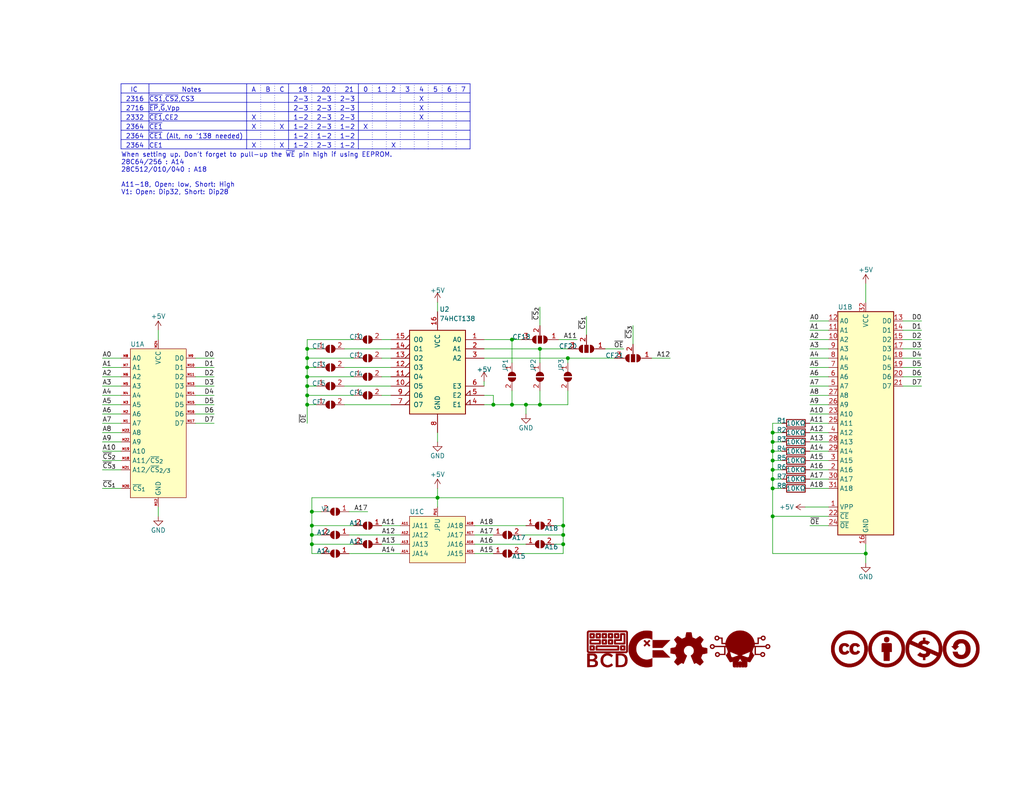
<source format=kicad_sch>
(kicad_sch (version 20211123) (generator eeschema)
  (paper "USLetter")
  (title_block (title "23XX Adapter") (date "2022-03-14") (rev "2") (company "Beaupré Circuit Design"))
  (lib_symbols
    (symbol "74xx:74LS138" (pin_names (offset 1.016))
      (property "Reference" "U" (at -7.62 11.43 0))
      (property "Value" "74LS138" (at -7.62 -13.97 0))
      (symbol "74LS138_1_0"
        (pin input line (at -12.7 7.62 0) (length 5.08) (name "A0") (number "1"))
        (pin output output_low (at 12.7 -5.08 180) (length 5.08) (name "O5") (number "10"))
        (pin output output_low (at 12.7 -2.54 180) (length 5.08) (name "O4") (number "11"))
        (pin output output_low (at 12.7 0 180) (length 5.08) (name "O3") (number "12"))
        (pin output output_low (at 12.7 2.54 180) (length 5.08) (name "O2") (number "13"))
        (pin output output_low (at 12.7 5.08 180) (length 5.08) (name "O1") (number "14"))
        (pin output output_low (at 12.7 7.62 180) (length 5.08) (name "O0") (number "15"))
        (pin power_in line (at 0 15.24 270) (length 5.08) (name "VCC") (number "16"))
        (pin input line (at -12.7 5.08 0) (length 5.08) (name "A1") (number "2"))
        (pin input line (at -12.7 2.54 0) (length 5.08) (name "A2") (number "3"))
        (pin input input_low (at -12.7 -10.16 0) (length 5.08) (name "E1") (number "4"))
        (pin input input_low (at -12.7 -7.62 0) (length 5.08) (name "E2") (number "5"))
        (pin input line (at -12.7 -5.08 0) (length 5.08) (name "E3") (number "6"))
        (pin output output_low (at 12.7 -10.16 180) (length 5.08) (name "O7") (number "7"))
        (pin power_in line (at 0 -17.78 90) (length 5.08) (name "GND") (number "8"))
        (pin output output_low (at 12.7 -7.62 180) (length 5.08) (name "O6") (number "9"))
      )
    )
    (symbol "BeaupreCircuitDesign:BCD_Logo" (pin_names (offset 1.016)))
    (symbol "BeaupreCircuitDesign:ChickenLips" (pin_names (offset 1.016)))
    (symbol "BeaupreCircuitDesign:OpenSource_Hardware" (pin_names (offset 1.016)))
    (symbol "BeaupreCircuitDesign:Skull" (pin_names (offset 1.016)))
    (symbol "CreativeCommons:CreativeCommons" (pin_names (offset 1.016)))
    (symbol "CreativeCommons:CreativeCommons_Attribution" (pin_names (offset 1.016)))
    (symbol "CreativeCommons:CreativeCommons_NonCommercial" (pin_names (offset 1.016)))
    (symbol "CreativeCommons:CreativeCommons_ShareAlike" (pin_names (offset 1.016)))
    (symbol "Device:R" (pin_numbers hide) (pin_names (offset 0))
      (property "Reference" "R" (at 2.032 0 90))
      (property "Value" "R" (at 0 0 90))
      (symbol "R_1_1"
        (pin passive line (at 0 3.81 270) (length 1.27) (name "~") (number "1"))
        (pin passive line (at 0 -3.81 90) (length 1.27) (name "~") (number "2"))
      )
    )
    (symbol "Jumper:SolderJumper_2_Open" (pin_names (offset 0) hide)
      (property "Reference" "JP" (at 0 2.032 0))
      (property "Value" "SolderJumper_2_Open" (at 0 -2.54 0))
      (symbol "SolderJumper_2_Open_1_1"
        (pin passive line (at -3.81 0 0) (length 2.54) (name "A") (number "1"))
        (pin passive line (at 3.81 0 180) (length 2.54) (name "B") (number "2"))
      )
    )
    (symbol "Jumper:SolderJumper_3_Open" (pin_names (offset 0) hide)
      (property "Reference" "JP" (at -2.54 -2.54 0))
      (property "Value" "SolderJumper_3_Open" (at 0 2.794 0))
      (symbol "SolderJumper_3_Open_1_1"
        (pin passive line (at -5.08 0 0) (length 2.54) (name "A") (number "1"))
        (pin passive line (at 0 -3.81 90) (length 2.54) (name "C") (number "2"))
        (pin passive line (at 5.08 0 180) (length 2.54) (name "B") (number "3"))
      )
    )
    (symbol "MOS_23xx:MOS_23xx_to_27xxx"
      (property "Reference" "U" (at -6.35 21.59 0))
      (property "Value" "MOS_23xx_to_27xxx" (at 10.16 -31.75 0))
      (symbol "MOS_23xx_to_27xxx_1_1"
        (pin input line (at -10.16 0 0) (length 2.54) (name "A7") (number "M1"))
        (pin tri_state line (at 10.16 15.24 180) (length 2.54) (name "D1") (number "M10"))
        (pin tri_state line (at 10.16 12.7 180) (length 2.54) (name "D2") (number "M11"))
        (pin power_in line (at 0 -22.86 90) (length 2.54) (name "GND") (number "M12"))
        (pin tri_state line (at 10.16 10.16 180) (length 2.54) (name "D3") (number "M13"))
        (pin tri_state line (at 10.16 7.62 180) (length 2.54) (name "D4") (number "M14"))
        (pin tri_state line (at 10.16 5.08 180) (length 2.54) (name "D5") (number "M15"))
        (pin tri_state line (at 10.16 2.54 180) (length 2.54) (name "D6") (number "M16"))
        (pin tri_state line (at 10.16 0 180) (length 2.54) (name "D7") (number "M17"))
        (pin input line (at -10.16 -10.16 0) (length 2.54) (name "A11/~{CS}_{2}") (number "M18"))
        (pin input line (at -10.16 -7.62 0) (length 2.54) (name "A10") (number "M19"))
        (pin input line (at -10.16 2.54 0) (length 2.54) (name "A6") (number "M2"))
        (pin input line (at -10.16 -17.78 0) (length 2.54) (name "~{CS}_{1}") (number "M20"))
        (pin input line (at -10.16 -12.7 0) (length 2.54) (name "A12/~{CS}_{2/3}") (number "M21"))
        (pin input line (at -10.16 -5.08 0) (length 2.54) (name "A9") (number "M22"))
        (pin input line (at -10.16 -2.54 0) (length 2.54) (name "A8") (number "M23"))
        (pin power_in line (at 0 22.86 270) (length 2.54) (name "VCC") (number "M24"))
        (pin input line (at -10.16 5.08 0) (length 2.54) (name "A5") (number "M3"))
        (pin input line (at -10.16 7.62 0) (length 2.54) (name "A4") (number "M4"))
        (pin input line (at -10.16 10.16 0) (length 2.54) (name "A3") (number "M5"))
        (pin input line (at -10.16 12.7 0) (length 2.54) (name "A2") (number "M6"))
        (pin input line (at -10.16 15.24 0) (length 2.54) (name "A1") (number "M7"))
        (pin input line (at -10.16 17.78 0) (length 2.54) (name "A0") (number "M8"))
        (pin tri_state line (at 10.16 17.78 180) (length 2.54) (name "D0") (number "M9"))
      )
      (symbol "MOS_23xx_to_27xxx_2_1"
        (pin input line (at -10.16 -22.86 0) (length 2.54) (name "VPP") (number "1"))
        (pin input line (at -10.16 22.86 0) (length 2.54) (name "A2") (number "10"))
        (pin input line (at -10.16 25.4 0) (length 2.54) (name "A1") (number "11"))
        (pin input line (at -10.16 27.94 0) (length 2.54) (name "A0") (number "12"))
        (pin tri_state line (at 10.16 27.94 180) (length 2.54) (name "D0") (number "13"))
        (pin tri_state line (at 10.16 25.4 180) (length 2.54) (name "D1") (number "14"))
        (pin tri_state line (at 10.16 22.86 180) (length 2.54) (name "D2") (number "15"))
        (pin power_in line (at 0 -33.02 90) (length 2.54) (name "GND") (number "16"))
        (pin tri_state line (at 10.16 20.32 180) (length 2.54) (name "D3") (number "17"))
        (pin tri_state line (at 10.16 17.78 180) (length 2.54) (name "D4") (number "18"))
        (pin tri_state line (at 10.16 15.24 180) (length 2.54) (name "D5") (number "19"))
        (pin input line (at -10.16 -12.7 0) (length 2.54) (name "A16") (number "2"))
        (pin tri_state line (at 10.16 12.7 180) (length 2.54) (name "D6") (number "20"))
        (pin tri_state line (at 10.16 10.16 180) (length 2.54) (name "D7") (number "21"))
        (pin input line (at -10.16 -25.4 0) (length 2.54) (name "~{CE}") (number "22"))
        (pin input line (at -10.16 2.54 0) (length 2.54) (name "A10") (number "23"))
        (pin input line (at -10.16 -27.94 0) (length 2.54) (name "~{OE}") (number "24"))
        (pin input line (at -10.16 0 0) (length 2.54) (name "A11") (number "25"))
        (pin input line (at -10.16 5.08 0) (length 2.54) (name "A9") (number "26"))
        (pin input line (at -10.16 7.62 0) (length 2.54) (name "A8") (number "27"))
        (pin input line (at -10.16 -5.08 0) (length 2.54) (name "A13") (number "28"))
        (pin input line (at -10.16 -7.62 0) (length 2.54) (name "A14") (number "29"))
        (pin input line (at -10.16 -10.16 0) (length 2.54) (name "A15") (number "3"))
        (pin input line (at -10.16 -15.24 0) (length 2.54) (name "A17") (number "30"))
        (pin input line (at -10.16 -17.78 0) (length 2.54) (name "A18") (number "31"))
        (pin power_in line (at 0 33.02 270) (length 2.54) (name "VCC") (number "32"))
        (pin input line (at -10.16 -2.54 0) (length 2.54) (name "A12") (number "4"))
        (pin input line (at -10.16 10.16 0) (length 2.54) (name "A7") (number "5"))
        (pin input line (at -10.16 12.7 0) (length 2.54) (name "A6") (number "6"))
        (pin input line (at -10.16 15.24 0) (length 2.54) (name "A5") (number "7"))
        (pin input line (at -10.16 17.78 0) (length 2.54) (name "A4") (number "8"))
        (pin input line (at -10.16 20.32 0) (length 2.54) (name "A3") (number "9"))
      )
      (symbol "MOS_23xx_to_27xxx_3_1"
        (pin passive line (at -10.16 17.78 0) (length 2.54) (name "JA11") (number "A11"))
        (pin passive line (at -10.16 15.24 0) (length 2.54) (name "JA12") (number "A12"))
        (pin passive line (at -10.16 12.7 0) (length 2.54) (name "JA13") (number "A13"))
        (pin passive line (at -10.16 10.16 0) (length 2.54) (name "JA14") (number "A14"))
        (pin passive line (at 10.16 10.16 180) (length 2.54) (name "JA15") (number "A15"))
        (pin passive line (at 10.16 12.7 180) (length 2.54) (name "JA16") (number "A16"))
        (pin passive line (at 10.16 15.24 180) (length 2.54) (name "JA17") (number "A17"))
        (pin passive line (at 10.16 17.78 180) (length 2.54) (name "JA18") (number "A18"))
        (pin passive line (at 0 22.86 270) (length 2.54) (name "JPU") (number "PU1"))
      )
    )
    (symbol "MOS_23xx_to_27xxx_1"
      (property "Reference" "U" (at -6.35 21.59 0))
      (property "Value" "MOS_23xx_to_27xxx_1" (at 10.16 -31.75 0))
      (symbol "MOS_23xx_to_27xxx_1_1_1"
        (pin input line (at -10.16 0 0) (length 2.54) (name "A7") (number "M1"))
        (pin tri_state line (at 10.16 15.24 180) (length 2.54) (name "D1") (number "M10"))
        (pin tri_state line (at 10.16 12.7 180) (length 2.54) (name "D2") (number "M11"))
        (pin power_in line (at 0 -22.86 90) (length 2.54) (name "GND") (number "M12"))
        (pin tri_state line (at 10.16 10.16 180) (length 2.54) (name "D3") (number "M13"))
        (pin tri_state line (at 10.16 7.62 180) (length 2.54) (name "D4") (number "M14"))
        (pin tri_state line (at 10.16 5.08 180) (length 2.54) (name "D5") (number "M15"))
        (pin tri_state line (at 10.16 2.54 180) (length 2.54) (name "D6") (number "M16"))
        (pin tri_state line (at 10.16 0 180) (length 2.54) (name "D7") (number "M17"))
        (pin input line (at -10.16 -10.16 0) (length 2.54) (name "A11/~{CS}_{2}") (number "M18"))
        (pin input line (at -10.16 -7.62 0) (length 2.54) (name "A10") (number "M19"))
        (pin input line (at -10.16 2.54 0) (length 2.54) (name "A6") (number "M2"))
        (pin input line (at -10.16 -17.78 0) (length 2.54) (name "~{CS}_{1}") (number "M20"))
        (pin input line (at -10.16 -12.7 0) (length 2.54) (name "A12/~{CS}_{2/3}") (number "M21"))
        (pin input line (at -10.16 -5.08 0) (length 2.54) (name "A9") (number "M22"))
        (pin input line (at -10.16 -2.54 0) (length 2.54) (name "A8") (number "M23"))
        (pin power_in line (at 0 22.86 270) (length 2.54) (name "VCC") (number "M24"))
        (pin input line (at -10.16 5.08 0) (length 2.54) (name "A5") (number "M3"))
        (pin input line (at -10.16 7.62 0) (length 2.54) (name "A4") (number "M4"))
        (pin input line (at -10.16 10.16 0) (length 2.54) (name "A3") (number "M5"))
        (pin input line (at -10.16 12.7 0) (length 2.54) (name "A2") (number "M6"))
        (pin input line (at -10.16 15.24 0) (length 2.54) (name "A1") (number "M7"))
        (pin input line (at -10.16 17.78 0) (length 2.54) (name "A0") (number "M8"))
        (pin tri_state line (at 10.16 17.78 180) (length 2.54) (name "D0") (number "M9"))
      )
      (symbol "MOS_23xx_to_27xxx_1_2_1"
        (pin input line (at -10.16 -22.86 0) (length 2.54) (name "VPP") (number "1"))
        (pin input line (at -10.16 22.86 0) (length 2.54) (name "A2") (number "10"))
        (pin input line (at -10.16 25.4 0) (length 2.54) (name "A1") (number "11"))
        (pin input line (at -10.16 27.94 0) (length 2.54) (name "A0") (number "12"))
        (pin tri_state line (at 10.16 27.94 180) (length 2.54) (name "D0") (number "13"))
        (pin tri_state line (at 10.16 25.4 180) (length 2.54) (name "D1") (number "14"))
        (pin tri_state line (at 10.16 22.86 180) (length 2.54) (name "D2") (number "15"))
        (pin power_in line (at 0 -33.02 90) (length 2.54) (name "GND") (number "16"))
        (pin tri_state line (at 10.16 20.32 180) (length 2.54) (name "D3") (number "17"))
        (pin tri_state line (at 10.16 17.78 180) (length 2.54) (name "D4") (number "18"))
        (pin tri_state line (at 10.16 15.24 180) (length 2.54) (name "D5") (number "19"))
        (pin input line (at -10.16 -12.7 0) (length 2.54) (name "A16") (number "2"))
        (pin tri_state line (at 10.16 12.7 180) (length 2.54) (name "D6") (number "20"))
        (pin tri_state line (at 10.16 10.16 180) (length 2.54) (name "D7") (number "21"))
        (pin input line (at -10.16 -25.4 0) (length 2.54) (name "~{CE}") (number "22"))
        (pin input line (at -10.16 2.54 0) (length 2.54) (name "A10") (number "23"))
        (pin input line (at -10.16 -27.94 0) (length 2.54) (name "~{OE}") (number "24"))
        (pin input line (at -10.16 0 0) (length 2.54) (name "A11") (number "25"))
        (pin input line (at -10.16 5.08 0) (length 2.54) (name "A9") (number "26"))
        (pin input line (at -10.16 7.62 0) (length 2.54) (name "A8") (number "27"))
        (pin input line (at -10.16 -5.08 0) (length 2.54) (name "A13") (number "28"))
        (pin input line (at -10.16 -7.62 0) (length 2.54) (name "A14") (number "29"))
        (pin input line (at -10.16 -10.16 0) (length 2.54) (name "A15") (number "3"))
        (pin input line (at -10.16 -15.24 0) (length 2.54) (name "A17") (number "30"))
        (pin input line (at -10.16 -17.78 0) (length 2.54) (name "A18") (number "31"))
        (pin power_in line (at 0 33.02 270) (length 2.54) (name "VCC") (number "32"))
        (pin input line (at -10.16 -2.54 0) (length 2.54) (name "A12") (number "4"))
        (pin input line (at -10.16 10.16 0) (length 2.54) (name "A7") (number "5"))
        (pin input line (at -10.16 12.7 0) (length 2.54) (name "A6") (number "6"))
        (pin input line (at -10.16 15.24 0) (length 2.54) (name "A5") (number "7"))
        (pin input line (at -10.16 17.78 0) (length 2.54) (name "A4") (number "8"))
        (pin input line (at -10.16 20.32 0) (length 2.54) (name "A3") (number "9"))
      )
      (symbol "MOS_23xx_to_27xxx_1_3_1"
        (pin passive line (at -10.16 17.78 0) (length 2.54) (name "JA11") (number "A11"))
        (pin passive line (at -10.16 15.24 0) (length 2.54) (name "JA12") (number "A12"))
        (pin passive line (at -10.16 12.7 0) (length 2.54) (name "JA13") (number "A13"))
        (pin passive line (at -10.16 10.16 0) (length 2.54) (name "JA14") (number "A14"))
        (pin passive line (at 10.16 10.16 180) (length 2.54) (name "JA15") (number "A15"))
        (pin passive line (at 10.16 12.7 180) (length 2.54) (name "JA16") (number "A16"))
        (pin passive line (at 10.16 15.24 180) (length 2.54) (name "JA17") (number "A17"))
        (pin passive line (at 10.16 17.78 180) (length 2.54) (name "JA18") (number "A18"))
        (pin passive line (at 0 22.86 270) (length 2.54) (name "JPU") (number "PU1"))
      )
    )
    (symbol "MOS_23xx_to_27xxx_2"
      (property "Reference" "U" (at -6.35 21.59 0))
      (property "Value" "MOS_23xx_to_27xxx_2" (at 10.16 -31.75 0))
      (symbol "MOS_23xx_to_27xxx_2_1_1"
        (pin input line (at -10.16 0 0) (length 2.54) (name "A7") (number "M1"))
        (pin tri_state line (at 10.16 15.24 180) (length 2.54) (name "D1") (number "M10"))
        (pin tri_state line (at 10.16 12.7 180) (length 2.54) (name "D2") (number "M11"))
        (pin power_in line (at 0 -22.86 90) (length 2.54) (name "GND") (number "M12"))
        (pin tri_state line (at 10.16 10.16 180) (length 2.54) (name "D3") (number "M13"))
        (pin tri_state line (at 10.16 7.62 180) (length 2.54) (name "D4") (number "M14"))
        (pin tri_state line (at 10.16 5.08 180) (length 2.54) (name "D5") (number "M15"))
        (pin tri_state line (at 10.16 2.54 180) (length 2.54) (name "D6") (number "M16"))
        (pin tri_state line (at 10.16 0 180) (length 2.54) (name "D7") (number "M17"))
        (pin input line (at -10.16 -10.16 0) (length 2.54) (name "A11/~{CS}_{2}") (number "M18"))
        (pin input line (at -10.16 -7.62 0) (length 2.54) (name "A10") (number "M19"))
        (pin input line (at -10.16 2.54 0) (length 2.54) (name "A6") (number "M2"))
        (pin input line (at -10.16 -17.78 0) (length 2.54) (name "~{CS}_{1}") (number "M20"))
        (pin input line (at -10.16 -12.7 0) (length 2.54) (name "A12/~{CS}_{2/3}") (number "M21"))
        (pin input line (at -10.16 -5.08 0) (length 2.54) (name "A9") (number "M22"))
        (pin input line (at -10.16 -2.54 0) (length 2.54) (name "A8") (number "M23"))
        (pin power_in line (at 0 22.86 270) (length 2.54) (name "VCC") (number "M24"))
        (pin input line (at -10.16 5.08 0) (length 2.54) (name "A5") (number "M3"))
        (pin input line (at -10.16 7.62 0) (length 2.54) (name "A4") (number "M4"))
        (pin input line (at -10.16 10.16 0) (length 2.54) (name "A3") (number "M5"))
        (pin input line (at -10.16 12.7 0) (length 2.54) (name "A2") (number "M6"))
        (pin input line (at -10.16 15.24 0) (length 2.54) (name "A1") (number "M7"))
        (pin input line (at -10.16 17.78 0) (length 2.54) (name "A0") (number "M8"))
        (pin tri_state line (at 10.16 17.78 180) (length 2.54) (name "D0") (number "M9"))
      )
      (symbol "MOS_23xx_to_27xxx_2_2_1"
        (pin input line (at -10.16 -22.86 0) (length 2.54) (name "VPP") (number "1"))
        (pin input line (at -10.16 22.86 0) (length 2.54) (name "A2") (number "10"))
        (pin input line (at -10.16 25.4 0) (length 2.54) (name "A1") (number "11"))
        (pin input line (at -10.16 27.94 0) (length 2.54) (name "A0") (number "12"))
        (pin tri_state line (at 10.16 27.94 180) (length 2.54) (name "D0") (number "13"))
        (pin tri_state line (at 10.16 25.4 180) (length 2.54) (name "D1") (number "14"))
        (pin tri_state line (at 10.16 22.86 180) (length 2.54) (name "D2") (number "15"))
        (pin power_in line (at 0 -33.02 90) (length 2.54) (name "GND") (number "16"))
        (pin tri_state line (at 10.16 20.32 180) (length 2.54) (name "D3") (number "17"))
        (pin tri_state line (at 10.16 17.78 180) (length 2.54) (name "D4") (number "18"))
        (pin tri_state line (at 10.16 15.24 180) (length 2.54) (name "D5") (number "19"))
        (pin input line (at -10.16 -12.7 0) (length 2.54) (name "A16") (number "2"))
        (pin tri_state line (at 10.16 12.7 180) (length 2.54) (name "D6") (number "20"))
        (pin tri_state line (at 10.16 10.16 180) (length 2.54) (name "D7") (number "21"))
        (pin input line (at -10.16 -25.4 0) (length 2.54) (name "~{CE}") (number "22"))
        (pin input line (at -10.16 2.54 0) (length 2.54) (name "A10") (number "23"))
        (pin input line (at -10.16 -27.94 0) (length 2.54) (name "~{OE}") (number "24"))
        (pin input line (at -10.16 0 0) (length 2.54) (name "A11") (number "25"))
        (pin input line (at -10.16 5.08 0) (length 2.54) (name "A9") (number "26"))
        (pin input line (at -10.16 7.62 0) (length 2.54) (name "A8") (number "27"))
        (pin input line (at -10.16 -5.08 0) (length 2.54) (name "A13") (number "28"))
        (pin input line (at -10.16 -7.62 0) (length 2.54) (name "A14") (number "29"))
        (pin input line (at -10.16 -10.16 0) (length 2.54) (name "A15") (number "3"))
        (pin input line (at -10.16 -15.24 0) (length 2.54) (name "A17") (number "30"))
        (pin input line (at -10.16 -17.78 0) (length 2.54) (name "A18") (number "31"))
        (pin power_in line (at 0 33.02 270) (length 2.54) (name "VCC") (number "32"))
        (pin input line (at -10.16 -2.54 0) (length 2.54) (name "A12") (number "4"))
        (pin input line (at -10.16 10.16 0) (length 2.54) (name "A7") (number "5"))
        (pin input line (at -10.16 12.7 0) (length 2.54) (name "A6") (number "6"))
        (pin input line (at -10.16 15.24 0) (length 2.54) (name "A5") (number "7"))
        (pin input line (at -10.16 17.78 0) (length 2.54) (name "A4") (number "8"))
        (pin input line (at -10.16 20.32 0) (length 2.54) (name "A3") (number "9"))
      )
      (symbol "MOS_23xx_to_27xxx_2_3_1"
        (pin passive line (at -10.16 17.78 0) (length 2.54) (name "JA11") (number "A11"))
        (pin passive line (at -10.16 15.24 0) (length 2.54) (name "JA12") (number "A12"))
        (pin passive line (at -10.16 12.7 0) (length 2.54) (name "JA13") (number "A13"))
        (pin passive line (at -10.16 10.16 0) (length 2.54) (name "JA14") (number "A14"))
        (pin passive line (at 10.16 10.16 180) (length 2.54) (name "JA15") (number "A15"))
        (pin passive line (at 10.16 12.7 180) (length 2.54) (name "JA16") (number "A16"))
        (pin passive line (at 10.16 15.24 180) (length 2.54) (name "JA17") (number "A17"))
        (pin passive line (at 10.16 17.78 180) (length 2.54) (name "JA18") (number "A18"))
        (pin passive line (at 0 22.86 270) (length 2.54) (name "JPU") (number "PU1"))
      )
    )
    (symbol "SolderJumper_3_Open_1" (pin_names (offset 0) hide)
      (property "Reference" "JP" (at -2.54 -2.54 0))
      (property "Value" "SolderJumper_3_Open_1" (at 0 2.794 0))
      (symbol "SolderJumper_3_Open_1_1_1"
        (pin passive line (at -5.08 0 0) (length 2.54) (name "A") (number "1"))
        (pin passive line (at 0 -3.81 90) (length 2.54) (name "C") (number "2"))
        (pin passive line (at 5.08 0 180) (length 2.54) (name "B") (number "3"))
      )
    )
    (symbol "SolderJumper_3_Open_2" (pin_names (offset 0) hide)
      (property "Reference" "JP" (at -2.54 -2.54 0))
      (property "Value" "SolderJumper_3_Open_2" (at 0 2.794 0))
      (symbol "SolderJumper_3_Open_2_1_1"
        (pin passive line (at -5.08 0 0) (length 2.54) (name "A") (number "1"))
        (pin passive line (at 0 -3.81 90) (length 2.54) (name "C") (number "2"))
        (pin passive line (at 5.08 0 180) (length 2.54) (name "B") (number "3"))
      )
    )
    (symbol "power:+5V" (power) (pin_names (offset 0))
      (property "Value" "+5V" (at 0 3.556 0))
      (symbol "+5V_1_1"
        (pin power_in line (at 0 0 90) (length 0) hide (name "+5V") (number "1"))
      )
    )
    (symbol "power:GND" (power) (pin_names (offset 0))
      (property "Value" "GND" (at 0 -3.81 0))
      (symbol "GND_1_1"
        (pin power_in line (at 0 0 270) (length 0) hide (name "GND") (number "1"))
      )
    )
  )
  (junction (at 85.09 143.51))
  (junction (at 83.82 95.25))
  (junction (at 210.82 125.73))
  (junction (at 210.82 123.19))
  (junction (at 134.62 110.49))
  (junction (at 139.7 92.71))
  (junction (at 153.67 143.51))
  (junction (at 83.82 107.95))
  (junction (at 83.82 105.41))
  (junction (at 139.7 110.49))
  (junction (at 143.51 110.49))
  (junction (at 210.82 128.27))
  (junction (at 236.22 151.13))
  (junction (at 83.82 102.87))
  (junction (at 119.38 135.89))
  (junction (at 83.82 110.49))
  (junction (at 83.82 97.79))
  (junction (at 83.82 100.33))
  (junction (at 210.82 130.81))
  (junction (at 210.82 118.11))
  (junction (at 147.32 95.25))
  (junction (at 153.67 148.59))
  (junction (at 153.67 146.05))
  (junction (at 85.09 146.05))
  (junction (at 210.82 120.65))
  (junction (at 147.32 110.49))
  (junction (at 210.82 133.35))
  (junction (at 154.94 97.79))
  (junction (at 85.09 139.7))
  (junction (at 85.09 148.59))
  (junction (at 210.82 140.97))
  (polyline (pts (xy 78.74 40.64) (xy 85.09 40.64)) (stroke (width 0) (type solid)))
  (polyline (pts (xy 101.6 22.86) (xy 105.41 22.86)) (stroke (width 0) (type solid)))
  (wire (pts (xy 143.51 143.51) (xy 129.54 143.51)))
  (wire (pts (xy 157.48 92.71) (xy 152.4 92.71)))
  (wire (pts (xy 220.98 92.71) (xy 226.06 92.71)))
  (wire (pts (xy 85.09 148.59) (xy 85.09 151.13)))
  (wire (pts (xy 147.32 95.25) (xy 147.32 99.06)))
  (wire (pts (xy 95.25 151.13) (xy 109.22 151.13)))
  (polyline (pts (xy 113.03 40.64) (xy 113.03 22.86)) (stroke (width 0) (type dot)))
  (polyline (pts (xy 78.74 22.86) (xy 78.74 40.64)) (stroke (width 0) (type solid)))
  (wire (pts (xy 220.98 105.41) (xy 226.06 105.41)))
  (wire (pts (xy 53.34 115.57) (xy 58.42 115.57)))
  (wire (pts (xy 153.67 146.05) (xy 153.67 148.59)))
  (wire (pts (xy 27.94 125.73) (xy 33.02 125.73)))
  (wire (pts (xy 220.98 95.25) (xy 226.06 95.25)))
  (wire (pts (xy 83.82 92.71) (xy 83.82 95.25)))
  (wire (pts (xy 85.09 143.51) (xy 85.09 146.05)))
  (wire (pts (xy 246.38 87.63) (xy 251.46 87.63)))
  (wire (pts (xy 87.63 146.05) (xy 85.09 146.05)))
  (wire (pts (xy 143.51 110.49) (xy 147.32 110.49)))
  (wire (pts (xy 134.62 107.95) (xy 134.62 110.49)))
  (wire (pts (xy 83.82 100.33) (xy 83.82 102.87)))
  (polyline (pts (xy 97.79 22.86) (xy 101.6 22.86)) (stroke (width 0) (type solid)))
  (wire (pts (xy 27.94 110.49) (xy 33.02 110.49)))
  (wire (pts (xy 210.82 128.27) (xy 213.36 128.27)))
  (wire (pts (xy 83.82 107.95) (xy 96.52 107.95)))
  (polyline (pts (xy 91.44 22.86) (xy 85.09 22.86)) (stroke (width 0) (type solid)))
  (wire (pts (xy 27.94 100.33) (xy 33.02 100.33)))
  (wire (pts (xy 210.82 120.65) (xy 213.36 120.65)))
  (polyline (pts (xy 128.27 40.64) (xy 128.27 22.86)) (stroke (width 0) (type solid)))
  (polyline (pts (xy 101.6 40.64) (xy 101.6 22.86)) (stroke (width 0) (type dot)))
  (polyline (pts (xy 120.65 40.64) (xy 124.46 40.64)) (stroke (width 0) (type solid)))
  (wire (pts (xy 210.82 118.11) (xy 213.36 118.11)))
  (wire (pts (xy 119.38 118.11) (xy 119.38 120.65)))
  (wire (pts (xy 153.67 143.51) (xy 153.67 146.05)))
  (wire (pts (xy 27.94 123.19) (xy 33.02 123.19)))
  (wire (pts (xy 119.38 135.89) (xy 153.67 135.89)))
  (wire (pts (xy 210.82 130.81) (xy 210.82 133.35)))
  (wire (pts (xy 236.22 148.59) (xy 236.22 151.13)))
  (polyline (pts (xy 67.31 22.86) (xy 67.31 40.64)) (stroke (width 0) (type solid)))
  (wire (pts (xy 154.94 97.79) (xy 167.64 97.79)))
  (wire (pts (xy 53.34 105.41) (xy 58.42 105.41)))
  (polyline (pts (xy 124.46 40.64) (xy 124.46 22.86)) (stroke (width 0) (type dot)))
  (wire (pts (xy 153.67 135.89) (xy 153.67 143.51)))
  (polyline (pts (xy 85.09 40.64) (xy 85.09 22.86)) (stroke (width 0) (type dot)))
  (wire (pts (xy 104.14 107.95) (xy 106.68 107.95)))
  (polyline (pts (xy 33.02 35.56) (xy 128.27 35.56)) (stroke (width 0) (type solid)))
  (wire (pts (xy 132.08 110.49) (xy 134.62 110.49)))
  (wire (pts (xy 147.32 95.25) (xy 154.94 95.25)))
  (polyline (pts (xy 67.31 22.86) (xy 71.12 22.86)) (stroke (width 0) (type solid)))
  (wire (pts (xy 85.09 139.7) (xy 87.63 139.7)))
  (wire (pts (xy 83.82 102.87) (xy 96.52 102.87)))
  (wire (pts (xy 85.09 148.59) (xy 96.52 148.59)))
  (polyline (pts (xy 105.41 40.64) (xy 109.22 40.64)) (stroke (width 0) (type solid)))
  (polyline (pts (xy 116.84 40.64) (xy 116.84 22.86)) (stroke (width 0) (type dot)))
  (wire (pts (xy 53.34 102.87) (xy 58.42 102.87)))
  (wire (pts (xy 83.82 102.87) (xy 83.82 105.41)))
  (polyline (pts (xy 85.09 40.64) (xy 91.44 40.64)) (stroke (width 0) (type solid)))
  (wire (pts (xy 246.38 100.33) (xy 251.46 100.33)))
  (wire (pts (xy 134.62 146.05) (xy 129.54 146.05)))
  (wire (pts (xy 132.08 105.41) (xy 132.08 104.14)))
  (wire (pts (xy 95.25 139.7) (xy 100.33 139.7)))
  (polyline (pts (xy 109.22 22.86) (xy 113.03 22.86)) (stroke (width 0) (type solid)))
  (wire (pts (xy 220.98 143.51) (xy 226.06 143.51)))
  (wire (pts (xy 219.71 138.43) (xy 226.06 138.43)))
  (wire (pts (xy 27.94 97.79) (xy 33.02 97.79)))
  (polyline (pts (xy 33.02 38.1) (xy 128.27 38.1)) (stroke (width 0) (type solid)))
  (polyline (pts (xy 74.93 40.64) (xy 71.12 40.64)) (stroke (width 0) (type solid)))
  (wire (pts (xy 93.98 95.25) (xy 106.68 95.25)))
  (wire (pts (xy 53.34 107.95) (xy 58.42 107.95)))
  (wire (pts (xy 83.82 105.41) (xy 83.82 107.95)))
  (wire (pts (xy 220.98 118.11) (xy 226.06 118.11)))
  (wire (pts (xy 220.98 87.63) (xy 226.06 87.63)))
  (polyline (pts (xy 116.84 22.86) (xy 120.65 22.86)) (stroke (width 0) (type solid)))
  (polyline (pts (xy 120.65 40.64) (xy 120.65 22.86)) (stroke (width 0) (type dot)))
  (wire (pts (xy 246.38 90.17) (xy 251.46 90.17)))
  (polyline (pts (xy 97.79 40.64) (xy 101.6 40.64)) (stroke (width 0) (type solid)))
  (polyline (pts (xy 33.02 40.64) (xy 33.02 22.86)) (stroke (width 0) (type solid)))
  (polyline (pts (xy 109.22 40.64) (xy 113.03 40.64)) (stroke (width 0) (type solid)))
  (wire (pts (xy 119.38 135.89) (xy 119.38 138.43)))
  (wire (pts (xy 220.98 115.57) (xy 226.06 115.57)))
  (wire (pts (xy 95.25 146.05) (xy 109.22 146.05)))
  (wire (pts (xy 83.82 92.71) (xy 96.52 92.71)))
  (wire (pts (xy 210.82 128.27) (xy 210.82 130.81)))
  (wire (pts (xy 210.82 133.35) (xy 210.82 140.97)))
  (wire (pts (xy 220.98 90.17) (xy 226.06 90.17)))
  (wire (pts (xy 220.98 133.35) (xy 226.06 133.35)))
  (wire (pts (xy 119.38 133.35) (xy 119.38 135.89)))
  (polyline (pts (xy 124.46 22.86) (xy 128.27 22.86)) (stroke (width 0) (type solid)))
  (polyline (pts (xy 40.64 40.64) (xy 40.64 22.86)) (stroke (width 0) (type solid)))
  (polyline (pts (xy 91.44 40.64) (xy 91.44 22.86)) (stroke (width 0) (type dot)))
  (wire (pts (xy 154.94 106.68) (xy 154.94 110.49)))
  (wire (pts (xy 83.82 100.33) (xy 86.36 100.33)))
  (polyline (pts (xy 40.64 40.64) (xy 33.02 40.64)) (stroke (width 0) (type solid)))
  (polyline (pts (xy 101.6 40.64) (xy 105.41 40.64)) (stroke (width 0) (type solid)))
  (polyline (pts (xy 71.12 40.64) (xy 71.12 22.86)) (stroke (width 0) (type dot)))
  (polyline (pts (xy 85.09 22.86) (xy 78.74 22.86)) (stroke (width 0) (type solid)))
  (polyline (pts (xy 67.31 40.64) (xy 71.12 40.64)) (stroke (width 0) (type solid)))
  (polyline (pts (xy 124.46 40.64) (xy 128.27 40.64)) (stroke (width 0) (type solid)))
  (wire (pts (xy 83.82 97.79) (xy 83.82 100.33)))
  (wire (pts (xy 220.98 102.87) (xy 226.06 102.87)))
  (polyline (pts (xy 33.02 25.4) (xy 128.27 25.4)) (stroke (width 0) (type solid)))
  (wire (pts (xy 27.94 113.03) (xy 33.02 113.03)))
  (wire (pts (xy 210.82 133.35) (xy 213.36 133.35)))
  (polyline (pts (xy 74.93 22.86) (xy 78.74 22.86)) (stroke (width 0) (type solid)))
  (wire (pts (xy 43.18 138.43) (xy 43.18 140.97)))
  (polyline (pts (xy 97.79 40.64) (xy 97.79 22.86)) (stroke (width 0) (type solid)))
  (wire (pts (xy 93.98 110.49) (xy 106.68 110.49)))
  (polyline (pts (xy 113.03 22.86) (xy 116.84 22.86)) (stroke (width 0) (type solid)))
  (wire (pts (xy 182.88 97.79) (xy 177.8 97.79)))
  (wire (pts (xy 104.14 102.87) (xy 106.68 102.87)))
  (wire (pts (xy 220.98 130.81) (xy 226.06 130.81)))
  (polyline (pts (xy 40.64 22.86) (xy 67.31 22.86)) (stroke (width 0) (type solid)))
  (wire (pts (xy 119.38 82.55) (xy 119.38 85.09)))
  (polyline (pts (xy 91.44 40.64) (xy 97.79 40.64)) (stroke (width 0) (type solid)))
  (wire (pts (xy 96.52 143.51) (xy 85.09 143.51)))
  (wire (pts (xy 143.51 110.49) (xy 143.51 113.03)))
  (wire (pts (xy 154.94 97.79) (xy 154.94 99.06)))
  (wire (pts (xy 220.98 100.33) (xy 226.06 100.33)))
  (wire (pts (xy 210.82 118.11) (xy 210.82 120.65)))
  (wire (pts (xy 210.82 140.97) (xy 226.06 140.97)))
  (wire (pts (xy 160.02 91.44) (xy 160.02 86.36)))
  (wire (pts (xy 220.98 128.27) (xy 226.06 128.27)))
  (wire (pts (xy 104.14 97.79) (xy 106.68 97.79)))
  (wire (pts (xy 246.38 92.71) (xy 251.46 92.71)))
  (wire (pts (xy 220.98 107.95) (xy 226.06 107.95)))
  (wire (pts (xy 210.82 123.19) (xy 213.36 123.19)))
  (wire (pts (xy 210.82 120.65) (xy 210.82 123.19)))
  (wire (pts (xy 27.94 102.87) (xy 33.02 102.87)))
  (wire (pts (xy 147.32 88.9) (xy 147.32 83.82)))
  (wire (pts (xy 236.22 151.13) (xy 236.22 153.67)))
  (wire (pts (xy 85.09 139.7) (xy 85.09 143.51)))
  (wire (pts (xy 27.94 120.65) (xy 33.02 120.65)))
  (wire (pts (xy 93.98 105.41) (xy 106.68 105.41)))
  (polyline (pts (xy 33.02 27.94) (xy 128.27 27.94)) (stroke (width 0) (type solid)))
  (wire (pts (xy 83.82 95.25) (xy 83.82 97.79)))
  (wire (pts (xy 139.7 92.71) (xy 142.24 92.71)))
  (wire (pts (xy 153.67 146.05) (xy 142.24 146.05)))
  (wire (pts (xy 83.82 95.25) (xy 86.36 95.25)))
  (wire (pts (xy 147.32 106.68) (xy 147.32 110.49)))
  (wire (pts (xy 87.63 151.13) (xy 85.09 151.13)))
  (wire (pts (xy 210.82 130.81) (xy 213.36 130.81)))
  (wire (pts (xy 220.98 120.65) (xy 226.06 120.65)))
  (wire (pts (xy 151.13 143.51) (xy 153.67 143.51)))
  (polyline (pts (xy 33.02 30.48) (xy 128.27 30.48)) (stroke (width 0) (type solid)))
  (polyline (pts (xy 33.02 22.86) (xy 40.64 22.86)) (stroke (width 0) (type solid)))
  (wire (pts (xy 139.7 106.68) (xy 139.7 110.49)))
  (wire (pts (xy 153.67 148.59) (xy 153.67 151.13)))
  (wire (pts (xy 220.98 110.49) (xy 226.06 110.49)))
  (polyline (pts (xy 120.65 22.86) (xy 124.46 22.86)) (stroke (width 0) (type solid)))
  (polyline (pts (xy 71.12 22.86) (xy 74.93 22.86)) (stroke (width 0) (type solid)))
  (wire (pts (xy 53.34 110.49) (xy 58.42 110.49)))
  (wire (pts (xy 119.38 135.89) (xy 85.09 135.89)))
  (polyline (pts (xy 74.93 22.86) (xy 74.93 40.64)) (stroke (width 0) (type dot)))
  (wire (pts (xy 210.82 115.57) (xy 213.36 115.57)))
  (wire (pts (xy 172.72 93.98) (xy 172.72 88.9)))
  (wire (pts (xy 134.62 151.13) (xy 129.54 151.13)))
  (polyline (pts (xy 33.02 33.02) (xy 128.27 33.02)) (stroke (width 0) (type solid)))
  (wire (pts (xy 210.82 140.97) (xy 210.82 151.13)))
  (wire (pts (xy 104.14 143.51) (xy 109.22 143.51)))
  (wire (pts (xy 83.82 115.57) (xy 83.82 110.49)))
  (wire (pts (xy 246.38 97.79) (xy 251.46 97.79)))
  (wire (pts (xy 27.94 128.27) (xy 33.02 128.27)))
  (wire (pts (xy 210.82 125.73) (xy 210.82 128.27)))
  (wire (pts (xy 83.82 110.49) (xy 86.36 110.49)))
  (wire (pts (xy 132.08 97.79) (xy 154.94 97.79)))
  (wire (pts (xy 220.98 125.73) (xy 226.06 125.73)))
  (wire (pts (xy 147.32 110.49) (xy 154.94 110.49)))
  (wire (pts (xy 27.94 107.95) (xy 33.02 107.95)))
  (wire (pts (xy 236.22 151.13) (xy 210.82 151.13)))
  (wire (pts (xy 246.38 95.25) (xy 251.46 95.25)))
  (wire (pts (xy 83.82 105.41) (xy 86.36 105.41)))
  (polyline (pts (xy 67.31 40.64) (xy 40.64 40.64)) (stroke (width 0) (type solid)))
  (wire (pts (xy 53.34 97.79) (xy 58.42 97.79)))
  (wire (pts (xy 220.98 113.03) (xy 226.06 113.03)))
  (wire (pts (xy 153.67 151.13) (xy 142.24 151.13)))
  (wire (pts (xy 27.94 118.11) (xy 33.02 118.11)))
  (wire (pts (xy 246.38 102.87) (xy 251.46 102.87)))
  (wire (pts (xy 210.82 115.57) (xy 210.82 118.11)))
  (wire (pts (xy 139.7 92.71) (xy 139.7 99.06)))
  (wire (pts (xy 27.94 105.41) (xy 33.02 105.41)))
  (wire (pts (xy 132.08 95.25) (xy 147.32 95.25)))
  (wire (pts (xy 83.82 97.79) (xy 96.52 97.79)))
  (wire (pts (xy 27.94 133.35) (xy 33.02 133.35)))
  (wire (pts (xy 132.08 92.71) (xy 139.7 92.71)))
  (wire (pts (xy 246.38 105.41) (xy 251.46 105.41)))
  (wire (pts (xy 85.09 146.05) (xy 85.09 148.59)))
  (wire (pts (xy 53.34 113.03) (xy 58.42 113.03)))
  (wire (pts (xy 153.67 148.59) (xy 151.13 148.59)))
  (wire (pts (xy 85.09 135.89) (xy 85.09 139.7)))
  (polyline (pts (xy 78.74 40.64) (xy 74.93 40.64)) (stroke (width 0) (type solid)))
  (polyline (pts (xy 105.41 40.64) (xy 105.41 22.86)) (stroke (width 0) (type dot)))
  (wire (pts (xy 53.34 100.33) (xy 58.42 100.33)))
  (wire (pts (xy 170.18 95.25) (xy 165.1 95.25)))
  (wire (pts (xy 93.98 100.33) (xy 106.68 100.33)))
  (wire (pts (xy 83.82 107.95) (xy 83.82 110.49)))
  (wire (pts (xy 27.94 115.57) (xy 33.02 115.57)))
  (polyline (pts (xy 91.44 22.86) (xy 97.79 22.86)) (stroke (width 0) (type solid)))
  (polyline (pts (xy 113.03 40.64) (xy 116.84 40.64)) (stroke (width 0) (type solid)))
  (wire (pts (xy 139.7 110.49) (xy 143.51 110.49)))
  (wire (pts (xy 210.82 123.19) (xy 210.82 125.73)))
  (wire (pts (xy 132.08 107.95) (xy 134.62 107.95)))
  (polyline (pts (xy 116.84 40.64) (xy 120.65 40.64)) (stroke (width 0) (type solid)))
  (wire (pts (xy 210.82 125.73) (xy 213.36 125.73)))
  (wire (pts (xy 236.22 77.47) (xy 236.22 82.55)))
  (polyline (pts (xy 105.41 22.86) (xy 109.22 22.86)) (stroke (width 0) (type solid)))
  (wire (pts (xy 104.14 148.59) (xy 109.22 148.59)))
  (polyline (pts (xy 109.22 40.64) (xy 109.22 22.86)) (stroke (width 0) (type dot)))
  (wire (pts (xy 43.18 90.17) (xy 43.18 92.71)))
  (wire (pts (xy 134.62 110.49) (xy 139.7 110.49)))
  (wire (pts (xy 220.98 123.19) (xy 226.06 123.19)))
  (wire (pts (xy 143.51 148.59) (xy 129.54 148.59)))
  (wire (pts (xy 104.14 92.71) (xy 106.68 92.71)))
  (wire (pts (xy 220.98 97.79) (xy 226.06 97.79)))
  (text "C" (at 76.2 25.4 0) (effects (font (size 1.27 1.27)) (justify left bottom)))
  (text "7" (at 125.73 25.4 0) (effects (font (size 1.27 1.27)) (justify left bottom)))
  (text "1-2" (at 92.71 38.1 0) (effects (font (size 1.27 1.27)) (justify left bottom)))
  (text "2316" (at 34.29 27.94 0) (effects (font (size 1.27 1.27)) (justify left bottom)))
  (text "1-2" (at 80.01 38.1 0) (effects (font (size 1.27 1.27)) (justify left bottom)))
  (text "IC" (at 35.56 25.4 0) (effects (font (size 1.27 1.27)) (justify left bottom)))
  (text "5" (at 118.11 25.4 0) (effects (font (size 1.27 1.27)) (justify left bottom)))
  (text "~{CS1},~{CS2},CS3" (at 40.64 27.94 0) (effects (font (size 1.27 1.27)) (justify left bottom)))
  (text "20" (at 87.63 25.4 0) (effects (font (size 1.27 1.27)) (justify left bottom)))
  (text "4" (at 114.3 25.4 0) (effects (font (size 1.27 1.27)) (justify left bottom)))
  (text "2-3" (at 86.36 27.94 0) (effects (font (size 1.27 1.27)) (justify left bottom)))
  (text "2-3" (at 86.36 35.56 0) (effects (font (size 1.27 1.27)) (justify left bottom)))
  (text "~{CE1}" (at 40.64 35.56 0) (effects (font (size 1.27 1.27)) (justify left bottom)))
  (text "0" (at 99.06 25.4 0) (effects (font (size 1.27 1.27)) (justify left bottom)))
  (text "6" (at 121.92 25.4 0) (effects (font (size 1.27 1.27)) (justify left bottom)))
  (text "2-3" (at 92.71 30.48 0) (effects (font (size 1.27 1.27)) (justify left bottom)))
  (text "X" (at 68.58 33.02 0) (effects (font (size 1.27 1.27)) (justify left bottom)))
  (text "~{EP},~{G},Vpp" (at 40.64 30.48 0) (effects (font (size 1.27 1.27)) (justify left bottom)))
  (text "CE1" (at 40.64 40.64 0) (effects (font (size 1.27 1.27)) (justify left bottom)))
  (text "X" (at 114.3 27.94 0) (effects (font (size 1.27 1.27)) (justify left bottom)))
  (text "2332" (at 34.29 33.02 0) (effects (font (size 1.27 1.27)) (justify left bottom)))
  (text "A" (at 68.58 25.4 0) (effects (font (size 1.27 1.27)) (justify left bottom)))
  (text "~{CE1},CE2" (at 40.64 33.02 0) (effects (font (size 1.27 1.27)) (justify left bottom)))
  (text "B" (at 72.39 25.4 0) (effects (font (size 1.27 1.27)) (justify left bottom)))
  (text "X" (at 114.3 30.48 0) (effects (font (size 1.27 1.27)) (justify left bottom)))
  (text "2-3" (at 92.71 27.94 0) (effects (font (size 1.27 1.27)) (justify left bottom)))
  (text "2364" (at 34.29 40.64 0) (effects (font (size 1.27 1.27)) (justify left bottom)))
  (text "2-3" (at 86.36 30.48 0) (effects (font (size 1.27 1.27)) (justify left bottom)))
  (text "X" (at 106.68 40.64 0) (effects (font (size 1.27 1.27)) (justify left bottom)))
  (text "1-2" (at 92.71 40.64 0) (effects (font (size 1.27 1.27)) (justify left bottom)))
  (text "When setting up. Don't forget to pull-up the ~{WE} pin high if using EEPROM.\n28C64/256 : A14\n28C512/010/040 : A18\n\nA11-18, Open: low, Short: High\nV1: Open: Dip32, Short: Dip28\n" (at 33.02 53.34 0) (effects (font (size 1.27 1.27)) (justify left bottom)))
  (text "2-3" (at 86.36 33.02 0) (effects (font (size 1.27 1.27)) (justify left bottom)))
  (text "X" (at 76.2 40.64 0) (effects (font (size 1.27 1.27)) (justify left bottom)))
  (text "1-2" (at 80.01 33.02 0) (effects (font (size 1.27 1.27)) (justify left bottom)))
  (text "~{CE1} (Alt, no '138 needed)" (at 40.64 38.1 0) (effects (font (size 1.27 1.27)) (justify left bottom)))
  (text "18" (at 81.28 25.4 0) (effects (font (size 1.27 1.27)) (justify left bottom)))
  (text "2-3" (at 86.36 40.64 0) (effects (font (size 1.27 1.27)) (justify left bottom)))
  (text "2-3" (at 80.01 30.48 0) (effects (font (size 1.27 1.27)) (justify left bottom)))
  (text "1-2" (at 80.01 40.64 0) (effects (font (size 1.27 1.27)) (justify left bottom)))
  (text "X" (at 99.06 35.56 0) (effects (font (size 1.27 1.27)) (justify left bottom)))
  (text "X" (at 114.3 33.02 0) (effects (font (size 1.27 1.27)) (justify left bottom)))
  (text "Notes" (at 49.53 25.4 0) (effects (font (size 1.27 1.27)) (justify left bottom)))
  (text "X" (at 76.2 35.56 0) (effects (font (size 1.27 1.27)) (justify left bottom)))
  (text "X" (at 68.58 35.56 0) (effects (font (size 1.27 1.27)) (justify left bottom)))
  (text "2364" (at 34.29 38.1 0) (effects (font (size 1.27 1.27)) (justify left bottom)))
  (text "2" (at 106.68 25.4 0) (effects (font (size 1.27 1.27)) (justify left bottom)))
  (text "2-3" (at 92.71 33.02 0) (effects (font (size 1.27 1.27)) (justify left bottom)))
  (text "3" (at 110.49 25.4 0) (effects (font (size 1.27 1.27)) (justify left bottom)))
  (text "X" (at 68.58 40.64 0) (effects (font (size 1.27 1.27)) (justify left bottom)))
  (text "1-2" (at 80.01 35.56 0) (effects (font (size 1.27 1.27)) (justify left bottom)))
  (text "1" (at 102.87 25.4 0) (effects (font (size 1.27 1.27)) (justify left bottom)))
  (text "1-2" (at 86.36 38.1 0) (effects (font (size 1.27 1.27)) (justify left bottom)))
  (text "2364" (at 34.29 35.56 0) (effects (font (size 1.27 1.27)) (justify left bottom)))
  (text "1-2" (at 92.71 35.56 0) (effects (font (size 1.27 1.27)) (justify left bottom)))
  (text "2716" (at 34.29 30.48 0) (effects (font (size 1.27 1.27)) (justify left bottom)))
  (text "2-3" (at 80.01 27.94 0) (effects (font (size 1.27 1.27)) (justify left bottom)))
  (text "21" (at 93.98 25.4 0) (effects (font (size 1.27 1.27)) (justify left bottom)))
  (label "D5" (at 251.46 100.33 180))
  (label "D3" (at 251.46 95.25 180))
  (label "D2" (at 58.42 102.87 180))
  (label "A9" (at 27.94 120.65 0))
  (label "D7" (at 58.42 115.57 180))
  (label "A11" (at 157.48 92.71 180))
  (label "A10" (at 27.94 123.19 0))
  (label "~{OE}" (at 170.18 95.25 180))
  (label "~{CS}_{2}" (at 147.32 83.82 270))
  (label "A2" (at 220.98 92.71 0))
  (label "A6" (at 27.94 113.03 0))
  (label "~{OE}" (at 83.82 115.57 90))
  (label "A15" (at 220.98 125.73 0))
  (label "A11" (at 220.98 115.57 0))
  (label "A11" (at 104.14 143.51 0))
  (label "A16" (at 220.98 128.27 0))
  (label "~{OE}" (at 220.98 143.51 0))
  (label "A7" (at 27.94 115.57 0))
  (label "A10" (at 220.98 113.03 0))
  (label "D2" (at 251.46 92.71 180))
  (label "A14" (at 220.98 123.19 0))
  (label "A0" (at 220.98 87.63 0))
  (label "D5" (at 58.42 110.49 180))
  (label "~{CS}_{1}" (at 160.02 86.36 270))
  (label "A4" (at 27.94 107.95 0))
  (label "D0" (at 58.42 97.79 180))
  (label "~{CS}_{3}" (at 27.94 128.27 0))
  (label "A18" (at 134.62 143.51 180))
  (label "A12" (at 104.14 146.05 0))
  (label "A12" (at 220.98 118.11 0))
  (label "A9" (at 220.98 110.49 0))
  (label "D4" (at 58.42 107.95 180))
  (label "D0" (at 251.46 87.63 180))
  (label "D6" (at 251.46 102.87 180))
  (label "A1" (at 27.94 100.33 0))
  (label "A1" (at 220.98 90.17 0))
  (label "A3" (at 220.98 95.25 0))
  (label "A13" (at 104.14 148.59 0))
  (label "A3" (at 27.94 105.41 0))
  (label "A17" (at 220.98 130.81 0))
  (label "D4" (at 251.46 97.79 180))
  (label "~{CS}_{2}" (at 27.94 125.73 0))
  (label "A5" (at 27.94 110.49 0))
  (label "~{CS}_{1}" (at 27.94 133.35 0))
  (label "A14" (at 104.14 151.13 0))
  (label "D3" (at 58.42 105.41 180))
  (label "A5" (at 220.98 100.33 0))
  (label "D6" (at 58.42 113.03 180))
  (label "A16" (at 134.62 148.59 180))
  (label "A17" (at 134.62 146.05 180))
  (label "A6" (at 220.98 102.87 0))
  (label "A4" (at 220.98 97.79 0))
  (label "A15" (at 134.62 151.13 180))
  (label "A7" (at 220.98 105.41 0))
  (label "A8" (at 27.94 118.11 0))
  (label "A12" (at 182.88 97.79 180))
  (label "~{CS}_{3}" (at 172.72 88.9 270))
  (label "A2" (at 27.94 102.87 0))
  (label "A8" (at 220.98 107.95 0))
  (label "A0" (at 27.94 97.79 0))
  (label "A18" (at 220.98 133.35 0))
  (label "D1" (at 251.46 90.17 180))
  (label "A17" (at 100.33 139.7 180))
  (label "D1" (at 58.42 100.33 180))
  (label "A13" (at 220.98 120.65 0))
  (label "D7" (at 251.46 105.41 180))
  (symbol (lib_id "power:+5V") (at 43.18 90.17 0) (unit 1)
    (property "Reference" "#PWR0108" (effects hide))
    (property "Value" "+5V" (at 43.18 86.36 0))
  )
  (symbol (lib_id "Device:R") (at 217.17 118.11 270) (mirror x) (unit 1)
    (property "Reference" "R2" (at 214.63 118.11 90) (effects (justify right top)))
    (property "Value" "10KΩ" (at 217.17 118.11 90))
    (property "Footprint" "Resistor_SMD:R_0603_1608Metric" (effects hide))
    (property "Datasheet" "https://datasheet.lcsc.com/lcsc/2110260030_UNI-ROYAL-Uniroyal-Elec-0603WAF1002T5E_C25804.pdf" (effects hide))
    (property "LCSC" "C25804" (effects hide))
    (property "Manufacturer" "Uniroyal Electronics" (effects hide))
    (property "Mfr.Part" "0603WAF1002T5E" (effects hide))
  )
  (symbol (lib_id "Jumper:SolderJumper_2_Open") (at 100.33 97.79 0) (unit 1) (in_bom no)
    (property "Reference" "CF2" (at 99.06 97.79 0) (effects (justify right bottom)))
    (property "Value" "SolderJumper_2_Open" (effects hide))
    (property "Footprint" "Jumper:SolderJumper-2_P1.3mm_Open_RoundedPad1.0x1.5mm" (effects hide))
  )
  (symbol (lib_id "Jumper:SolderJumper_2_Open") (at 90.17 105.41 0) (unit 1) (in_bom no)
    (property "Reference" "CF5" (at 88.9 105.41 0) (effects (justify right bottom)))
    (property "Value" "SolderJumper_2_Open" (effects hide))
    (property "Footprint" "Jumper:SolderJumper-2_P1.3mm_Open_RoundedPad1.0x1.5mm" (effects hide))
  )
  (symbol (lib_id "CreativeCommons:CreativeCommons_NonCommercial") (at 252.095 177.165 0) (unit 1) (in_bom no)
    (property "Reference" "G5" (effects hide))
    (property "Value" "CreativeCommons_NonCommercial" (effects hide))
    (property "Footprint" "Creative_Common:CreativeCommons_NonCommercial_2.5mm" (effects hide))
  )
  (symbol (lib_id "power:GND") (at 119.38 120.65 0) (unit 1)
    (property "Reference" "#PWR0102" (effects hide))
    (property "Value" "GND" (at 119.38 124.46 0))
  )
  (symbol (lib_id "CreativeCommons:CreativeCommons") (at 231.775 177.165 0) (unit 1) (in_bom no)
    (property "Reference" "G4" (effects hide))
    (property "Value" "CreativeCommons" (effects hide))
    (property "Footprint" "Creative_Common:CreativeCommons_2.5mm" (effects hide))
  )
  (symbol (lib_id "Jumper:SolderJumper_2_Open") (at 90.17 100.33 0) (unit 1) (in_bom no)
    (property "Reference" "CF3" (at 88.9 100.33 0) (effects (justify right bottom)))
    (property "Value" "SolderJumper_2_Open" (effects hide))
    (property "Footprint" "Jumper:SolderJumper-2_P1.3mm_Open_RoundedPad1.0x1.5mm" (effects hide))
  )
  (symbol (lib_id "Jumper:SolderJumper_2_Open") (at 100.33 148.59 180) (unit 1) (in_bom no)
    (property "Reference" "A13" (at 99.06 148.59 0) (effects (justify left top)))
    (property "Value" "SolderJumper_2_Open" (effects hide))
    (property "Footprint" "Jumper:SolderJumper-2_P1.3mm_Open_RoundedPad1.0x1.5mm" (effects hide))
  )
  (symbol (lib_id "Device:R") (at 217.17 115.57 270) (mirror x) (unit 1)
    (property "Reference" "R1" (at 214.63 115.57 90) (effects (justify right top)))
    (property "Value" "10KΩ" (at 217.17 115.57 90))
    (property "Footprint" "Resistor_SMD:R_0603_1608Metric" (effects hide))
    (property "Datasheet" "https://datasheet.lcsc.com/lcsc/2110260030_UNI-ROYAL-Uniroyal-Elec-0603WAF1002T5E_C25804.pdf" (effects hide))
    (property "LCSC" "C25804" (effects hide))
    (property "Manufacturer" "Uniroyal Electronics" (effects hide))
    (property "Mfr.Part" "0603WAF1002T5E" (effects hide))
  )
  (symbol (lib_id "Jumper:SolderJumper_2_Open") (at 154.94 102.87 270) (unit 1) (in_bom no)
    (property "Reference" "JP3" (at 152.4 101.6 0) (effects (justify right bottom)))
    (property "Value" "SolderJumper_2_Open" (effects hide))
    (property "Footprint" "Jumper:SolderJumper-2_P1.3mm_Open_RoundedPad1.0x1.5mm" (effects hide))
  )
  (symbol (lib_id "Device:R") (at 217.17 123.19 270) (mirror x) (unit 1)
    (property "Reference" "R4" (at 214.63 123.19 90) (effects (justify right top)))
    (property "Value" "10KΩ" (at 217.17 123.19 90))
    (property "Footprint" "Resistor_SMD:R_0603_1608Metric" (effects hide))
    (property "Datasheet" "https://datasheet.lcsc.com/lcsc/2110260030_UNI-ROYAL-Uniroyal-Elec-0603WAF1002T5E_C25804.pdf" (effects hide))
    (property "LCSC" "C25804" (effects hide))
    (property "Manufacturer" "Uniroyal Electronics" (effects hide))
    (property "Mfr.Part" "0603WAF1002T5E" (effects hide))
  )
  (symbol (lib_id "Jumper:SolderJumper_2_Open") (at 91.44 151.13 180) (unit 1) (in_bom no)
    (property "Reference" "A14" (at 90.17 151.13 0) (effects (justify left top)))
    (property "Value" "SolderJumper_2_Open" (effects hide))
    (property "Footprint" "Jumper:SolderJumper-2_P1.3mm_Open_RoundedPad1.0x1.5mm" (effects hide))
  )
  (symbol (lib_id "power:+5V") (at 119.38 133.35 0) (unit 1)
    (property "Reference" "#PWR0104" (effects hide))
    (property "Value" "+5V" (at 119.38 129.54 0))
  )
  (symbol (lib_id "Jumper:SolderJumper_3_Open") (at 172.72 97.79 180) (unit 1) (in_bom no)
    (property "Reference" "CF21" (at 170.18 97.79 0) (effects (justify left top)))
    (property "Value" "SolderJumper_3_Open" (effects hide))
    (property "Footprint" "Jumper:SolderJumper-3_P1.3mm_Open_RoundedPad1.0x1.5mm_NumberLabels" (effects hide))
  )
  (symbol (lib_id "Jumper:SolderJumper_2_Open") (at 100.33 143.51 180) (unit 1) (in_bom no)
    (property "Reference" "A11" (at 99.06 143.51 0) (effects (justify left top)))
    (property "Value" "SolderJumper_2_Open" (effects hide))
    (property "Footprint" "Jumper:SolderJumper-2_P1.3mm_Open_RoundedPad1.0x1.5mm" (effects hide))
  )
  (symbol (lib_id "power:+5V") (at 132.08 104.14 0) (unit 1)
    (property "Reference" "#PWR0103" (effects hide))
    (property "Value" "+5V" (at 132.08 101.6 0) (effects (justify bottom)))
  )
  (symbol (lib_id "Device:R") (at 217.17 125.73 270) (mirror x) (unit 1)
    (property "Reference" "R5" (at 214.63 125.73 90) (effects (justify right top)))
    (property "Value" "10KΩ" (at 217.17 125.73 90))
    (property "Footprint" "Resistor_SMD:R_0603_1608Metric" (effects hide))
    (property "Datasheet" "https://datasheet.lcsc.com/lcsc/2110260030_UNI-ROYAL-Uniroyal-Elec-0603WAF1002T5E_C25804.pdf" (effects hide))
    (property "LCSC" "C25804" (effects hide))
    (property "Manufacturer" "Uniroyal Electronics" (effects hide))
    (property "Mfr.Part" "0603WAF1002T5E" (effects hide))
  )
  (symbol (lib_id "Jumper:SolderJumper_2_Open") (at 90.17 95.25 0) (unit 1) (in_bom no)
    (property "Reference" "CF1" (at 88.9 95.25 0) (effects (justify right bottom)))
    (property "Value" "SolderJumper_2_Open" (effects hide))
    (property "Footprint" "Jumper:SolderJumper-2_P1.3mm_Open_RoundedPad1.0x1.5mm" (effects hide))
  )
  (symbol (lib_id "BeaupreCircuitDesign:BCD_Logo") (at 165.735 177.165 0) (unit 1) (in_bom no)
    (property "Reference" "G1" (effects hide))
    (property "Value" "BCD_Logo" (effects hide))
    (property "Footprint" "BeaupreCircuitDesign:BCD_Logo_5mm" (effects hide))
  )
  (symbol (lib_id "power:+5V") (at 219.71 138.43 90) (unit 1)
    (property "Reference" "#PWR0106" (effects hide))
    (property "Value" "+5V" (at 214.63 138.43 90))
  )
  (symbol (lib_id "power:GND") (at 236.22 153.67 0) (unit 1)
    (property "Reference" "#PWR0109" (effects hide))
    (property "Value" "GND" (at 236.22 157.48 0))
  )
  (symbol (lib_id "Jumper:SolderJumper_2_Open") (at 91.44 139.7 180) (unit 1) (in_bom no)
    (property "Reference" "V1" (at 90.17 139.7 0) (effects (justify left top)))
    (property "Value" "SolderJumper_2_Open" (effects hide))
    (property "Footprint" "Jumper:SolderJumper-2_P1.3mm_Open_RoundedPad1.0x1.5mm" (effects hide))
  )
  (symbol (lib_id "Jumper:SolderJumper_2_Open") (at 138.43 146.05 0) (unit 1) (in_bom no)
    (property "Reference" "A17" (at 139.7 146.05 0) (effects (justify left top)))
    (property "Value" "SolderJumper_2_Open" (effects hide))
    (property "Footprint" "Jumper:SolderJumper-2_P1.3mm_Open_RoundedPad1.0x1.5mm" (effects hide))
  )
  (symbol (lib_name "SolderJumper_3_Open_1") (lib_id "Jumper:SolderJumper_3_Open") (at 147.32 92.71 180) (unit 1) (in_bom no)
    (property "Reference" "CF18" (at 144.78 92.71 0) (effects (justify left top)))
    (property "Value" "SolderJumper_3_Open" (effects hide))
    (property "Footprint" "Jumper:SolderJumper-3_P1.3mm_Open_RoundedPad1.0x1.5mm_NumberLabels" (effects hide))
  )
  (symbol (lib_name "SolderJumper_3_Open_2") (lib_id "Jumper:SolderJumper_3_Open") (at 160.02 95.25 180) (unit 1) (in_bom no)
    (property "Reference" "CF20" (at 157.48 95.25 0) (effects (justify left top)))
    (property "Value" "SolderJumper_3_Open" (effects hide))
    (property "Footprint" "Jumper:SolderJumper-3_P1.3mm_Open_RoundedPad1.0x1.5mm_NumberLabels" (effects hide))
  )
  (symbol (lib_id "power:+5V") (at 119.38 82.55 0) (unit 1)
    (property "Reference" "#PWR0101" (effects hide))
    (property "Value" "+5V" (at 119.38 80.01 0) (effects (justify bottom)))
  )
  (symbol (lib_id "Device:R") (at 217.17 128.27 270) (mirror x) (unit 1)
    (property "Reference" "R6" (at 214.63 128.27 90) (effects (justify right top)))
    (property "Value" "10KΩ" (at 217.17 128.27 90))
    (property "Footprint" "Resistor_SMD:R_0603_1608Metric" (effects hide))
    (property "Datasheet" "https://datasheet.lcsc.com/lcsc/2110260030_UNI-ROYAL-Uniroyal-Elec-0603WAF1002T5E_C25804.pdf" (effects hide))
    (property "LCSC" "C25804" (effects hide))
    (property "Manufacturer" "Uniroyal Electronics" (effects hide))
    (property "Mfr.Part" "0603WAF1002T5E" (effects hide))
  )
  (symbol (lib_id "Jumper:SolderJumper_2_Open") (at 100.33 107.95 0) (unit 1) (in_bom no)
    (property "Reference" "CF6" (at 99.06 107.95 0) (effects (justify right bottom)))
    (property "Value" "SolderJumper_2_Open" (effects hide))
    (property "Footprint" "Jumper:SolderJumper-2_P1.3mm_Open_RoundedPad1.0x1.5mm" (effects hide))
  )
  (symbol (lib_id "Jumper:SolderJumper_2_Open") (at 91.44 146.05 180) (unit 1) (in_bom no)
    (property "Reference" "A12" (at 90.17 146.05 0) (effects (justify left top)))
    (property "Value" "SolderJumper_2_Open" (effects hide))
    (property "Footprint" "Jumper:SolderJumper-2_P1.3mm_Open_RoundedPad1.0x1.5mm" (effects hide))
  )
  (symbol (lib_id "power:+5V") (at 236.22 77.47 0) (unit 1)
    (property "Reference" "#PWR0110" (effects hide))
    (property "Value" "+5V" (at 236.22 73.66 0))
  )
  (symbol (lib_id "74xx:74LS138") (at 119.38 100.33 0) (mirror y) (unit 1)
    (property "Reference" "U2" (at 119.9006 84.455 0) (effects (justify right)))
    (property "Value" "74HCT138" (at 119.9006 86.995 0) (effects (justify right)))
    (property "Footprint" "Package_SO:SOIC-16_3.9x9.9mm_P1.27mm" (effects hide))
    (property "Datasheet" "https://datasheet.lcsc.com/lcsc/1912111437_Texas-Instruments-SN74HCT138DR_C352958.pdf" (effects hide))
    (property "Manufacturer" "Texas Instruments" (effects hide))
    (property "Mfr.Part" "SN74HCT138DR" (effects hide))
    (property "LCSC" "C352958" (effects hide))
  )
  (symbol (lib_id "Jumper:SolderJumper_2_Open") (at 90.17 110.49 0) (unit 1) (in_bom no)
    (property "Reference" "CF7" (at 88.9 110.49 0) (effects (justify right bottom)))
    (property "Value" "SolderJumper_2_Open" (effects hide))
    (property "Footprint" "Jumper:SolderJumper-2_P1.3mm_Open_RoundedPad1.0x1.5mm" (effects hide))
  )
  (symbol (lib_id "CreativeCommons:CreativeCommons_Attribution") (at 241.935 177.165 0) (unit 1) (in_bom no)
    (property "Reference" "G6" (effects hide))
    (property "Value" "CreativeCommons_Attribution" (effects hide))
    (property "Footprint" "Creative_Common:CreativeCommons_Attribution_2.5mm" (effects hide))
  )
  (symbol (lib_name "MOS_23xx_to_27xxx_2") (lib_id "MOS_23xx:MOS_23xx_to_27xxx") (at 236.22 115.57 0) (unit 2) (in_bom no)
    (property "Reference" "U1" (at 228.6 83.82 0) (effects (justify left)))
    (property "Value" "MOS_23xx_to_27xxx" (effects hide))
    (property "Footprint" "MOS_23xx:MOS_23xx_to_27xxx" (effects hide))
  )
  (symbol (lib_id "BeaupreCircuitDesign:OpenSource_Hardware") (at 187.96 177.165 0) (unit 1) (in_bom no)
    (property "Reference" "G3" (effects hide))
    (property "Value" "OpenSource_Hardware" (effects hide))
    (property "Footprint" "BeaupreCircuitDesign:Open_Source_Hardware_2.5mm" (effects hide))
  )
  (symbol (lib_id "Jumper:SolderJumper_2_Open") (at 147.32 143.51 0) (unit 1) (in_bom no)
    (property "Reference" "A18" (at 148.59 143.51 0) (effects (justify left top)))
    (property "Value" "SolderJumper_2_Open" (effects hide))
    (property "Footprint" "Jumper:SolderJumper-2_P1.3mm_Open_RoundedPad1.0x1.5mm" (effects hide))
  )
  (symbol (lib_id "Jumper:SolderJumper_2_Open") (at 138.43 151.13 0) (unit 1) (in_bom no)
    (property "Reference" "A15" (at 139.7 151.13 0) (effects (justify left top)))
    (property "Value" "SolderJumper_2_Open" (effects hide))
    (property "Footprint" "Jumper:SolderJumper-2_P1.3mm_Open_RoundedPad1.0x1.5mm" (effects hide))
  )
  (symbol (lib_id "power:GND") (at 143.51 113.03 0) (unit 1)
    (property "Reference" "#PWR0105" (effects hide))
    (property "Value" "GND" (at 143.51 116.84 0))
  )
  (symbol (lib_id "Device:R") (at 217.17 130.81 270) (mirror x) (unit 1)
    (property "Reference" "R7" (at 214.63 130.81 90) (effects (justify right top)))
    (property "Value" "10KΩ" (at 217.17 130.81 90))
    (property "Footprint" "Resistor_SMD:R_0603_1608Metric" (effects hide))
    (property "Datasheet" "https://datasheet.lcsc.com/lcsc/2110260030_UNI-ROYAL-Uniroyal-Elec-0603WAF1002T5E_C25804.pdf" (effects hide))
    (property "LCSC" "C25804" (effects hide))
    (property "Manufacturer" "Uniroyal Electronics" (effects hide))
    (property "Mfr.Part" "0603WAF1002T5E" (effects hide))
  )
  (symbol (lib_id "Jumper:SolderJumper_2_Open") (at 100.33 92.71 0) (unit 1) (in_bom no)
    (property "Reference" "CF0" (at 99.06 92.71 0) (effects (justify right bottom)))
    (property "Value" "SolderJumper_2_Open" (effects hide))
    (property "Footprint" "Jumper:SolderJumper-2_P1.3mm_Open_RoundedPad1.0x1.5mm" (effects hide))
  )
  (symbol (lib_id "Jumper:SolderJumper_2_Open") (at 139.7 102.87 270) (unit 1) (in_bom no)
    (property "Reference" "JP1" (at 137.16 101.6 0) (effects (justify right bottom)))
    (property "Value" "SolderJumper_2_Open" (effects hide))
    (property "Footprint" "Jumper:SolderJumper-2_P1.3mm_Open_RoundedPad1.0x1.5mm" (effects hide))
  )
  (symbol (lib_id "Device:R") (at 217.17 133.35 270) (mirror x) (unit 1)
    (property "Reference" "R8" (at 214.63 133.35 90) (effects (justify right top)))
    (property "Value" "10KΩ" (at 217.17 133.35 90))
    (property "Footprint" "Resistor_SMD:R_0603_1608Metric" (effects hide))
    (property "Datasheet" "https://datasheet.lcsc.com/lcsc/2110260030_UNI-ROYAL-Uniroyal-Elec-0603WAF1002T5E_C25804.pdf" (effects hide))
    (property "LCSC" "C25804" (effects hide))
    (property "Manufacturer" "Uniroyal Electronics" (effects hide))
    (property "Mfr.Part" "0603WAF1002T5E" (effects hide))
  )
  (symbol (lib_id "MOS_23xx:MOS_23xx_to_27xxx") (at 119.38 161.29 0) (unit 3) (in_bom no)
    (property "Reference" "U1" (at 111.76 139.7 0) (effects (justify left)))
    (property "Value" "MOS_23xx_to_27xxx" (effects hide))
    (property "Footprint" "MOS_23xx:MOS_23xx_to_27xxx" (effects hide))
  )
  (symbol (lib_id "CreativeCommons:CreativeCommons_ShareAlike") (at 262.255 177.165 0) (unit 1) (in_bom no)
    (property "Reference" "G7" (effects hide))
    (property "Value" "CreativeCommons_ShareAlike" (effects hide))
    (property "Footprint" "Creative_Common:CreativeCommons_ShareAlike_2.5mm" (effects hide))
  )
  (symbol (lib_id "BeaupreCircuitDesign:Skull") (at 201.93 177.165 0) (unit 1) (in_bom no)
    (property "Reference" "G8" (effects hide))
    (property "Value" "Skull" (effects hide))
    (property "Footprint" "BeaupreCircuitDesign:Skull_2.5mm" (effects hide))
  )
  (symbol (lib_id "BeaupreCircuitDesign:ChickenLips") (at 177.165 177.165 0) (unit 1) (in_bom no)
    (property "Reference" "G2" (effects hide))
    (property "Value" "ChickenLips" (effects hide))
    (property "Footprint" "BeaupreCircuitDesign:ChickenLips_2.5mm" (effects hide))
  )
  (symbol (lib_name "MOS_23xx_to_27xxx_1") (lib_id "MOS_23xx:MOS_23xx_to_27xxx") (at 43.18 115.57 0) (unit 1) (in_bom no)
    (property "Reference" "U1" (at 35.56 93.98 0) (effects (justify left)))
    (property "Value" "MOS_23xx_to_27xxx" (effects hide))
    (property "Footprint" "MOS_23xx:MOS_23xx_to_27xxx" (effects hide))
  )
  (symbol (lib_id "Jumper:SolderJumper_2_Open") (at 147.32 148.59 0) (unit 1) (in_bom no)
    (property "Reference" "A16" (at 148.59 148.59 0) (effects (justify left top)))
    (property "Value" "SolderJumper_2_Open" (effects hide))
    (property "Footprint" "Jumper:SolderJumper-2_P1.3mm_Open_RoundedPad1.0x1.5mm" (effects hide))
  )
  (symbol (lib_id "power:GND") (at 43.18 140.97 0) (unit 1)
    (property "Reference" "#PWR0111" (effects hide))
    (property "Value" "GND" (at 43.18 144.78 0))
  )
  (symbol (lib_id "Jumper:SolderJumper_2_Open") (at 147.32 102.87 270) (unit 1) (in_bom no)
    (property "Reference" "JP2" (at 144.78 101.6 0) (effects (justify right bottom)))
    (property "Value" "SolderJumper_2_Open" (effects hide))
    (property "Footprint" "Jumper:SolderJumper-2_P1.3mm_Open_RoundedPad1.0x1.5mm" (effects hide))
  )
  (symbol (lib_id "Device:R") (at 217.17 120.65 270) (mirror x) (unit 1)
    (property "Reference" "R3" (at 214.63 120.65 90) (effects (justify right top)))
    (property "Value" "10KΩ" (at 217.17 120.65 90))
    (property "Footprint" "Resistor_SMD:R_0603_1608Metric" (effects hide))
    (property "Datasheet" "https://datasheet.lcsc.com/lcsc/2110260030_UNI-ROYAL-Uniroyal-Elec-0603WAF1002T5E_C25804.pdf" (effects hide))
    (property "LCSC" "C25804" (effects hide))
    (property "Manufacturer" "Uniroyal Electronics" (effects hide))
    (property "Mfr.Part" "0603WAF1002T5E" (effects hide))
  )
  (symbol (lib_id "Jumper:SolderJumper_2_Open") (at 100.33 102.87 0) (unit 1) (in_bom no)
    (property "Reference" "CF4" (at 99.06 102.87 0) (effects (justify right bottom)))
    (property "Value" "SolderJumper_2_Open" (effects hide))
    (property "Footprint" "Jumper:SolderJumper-2_P1.3mm_Open_RoundedPad1.0x1.5mm" (effects hide))
  )
)
</source>
